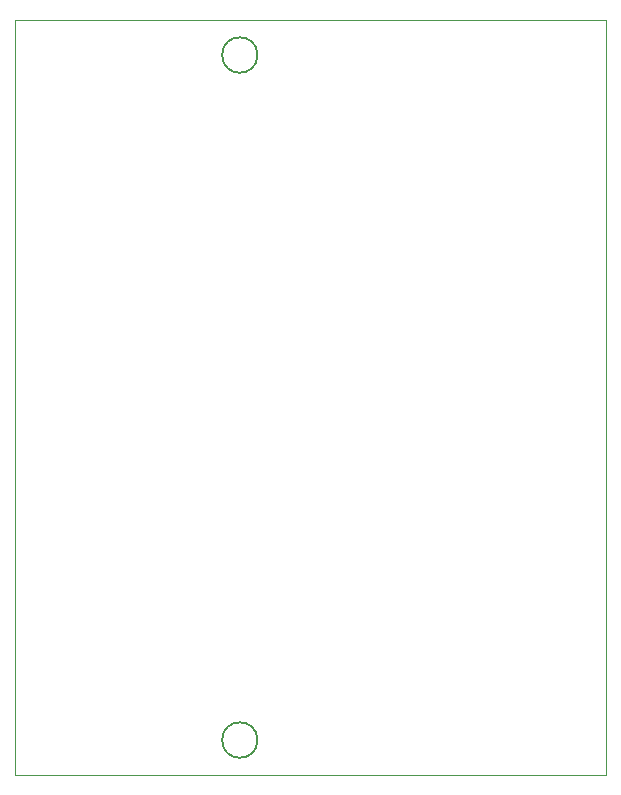
<source format=gbr>
%TF.GenerationSoftware,KiCad,Pcbnew,(6.0.7)*%
%TF.CreationDate,2022-09-20T18:51:32+02:00*%
%TF.ProjectId,postcardscanner,706f7374-6361-4726-9473-63616e6e6572,rev?*%
%TF.SameCoordinates,PX4d3f640PY2cd29c0*%
%TF.FileFunction,Profile,NP*%
%FSLAX46Y46*%
G04 Gerber Fmt 4.6, Leading zero omitted, Abs format (unit mm)*
G04 Created by KiCad (PCBNEW (6.0.7)) date 2022-09-20 18:51:32*
%MOMM*%
%LPD*%
G01*
G04 APERTURE LIST*
%TA.AperFunction,Profile*%
%ADD10C,0.100000*%
%TD*%
%TA.AperFunction,Profile*%
%ADD11C,0.200000*%
%TD*%
G04 APERTURE END LIST*
D10*
X50000000Y0D02*
X50000000Y-64000000D01*
X0Y-64000000D02*
X0Y0D01*
D11*
X20500000Y-61000000D02*
G75*
G03*
X20500000Y-61000000I-1500000J0D01*
G01*
X20500000Y-3000000D02*
G75*
G03*
X20500000Y-3000000I-1500000J0D01*
G01*
D10*
X50000000Y-64000000D02*
X0Y-64000000D01*
X0Y0D02*
X50000000Y0D01*
M02*

</source>
